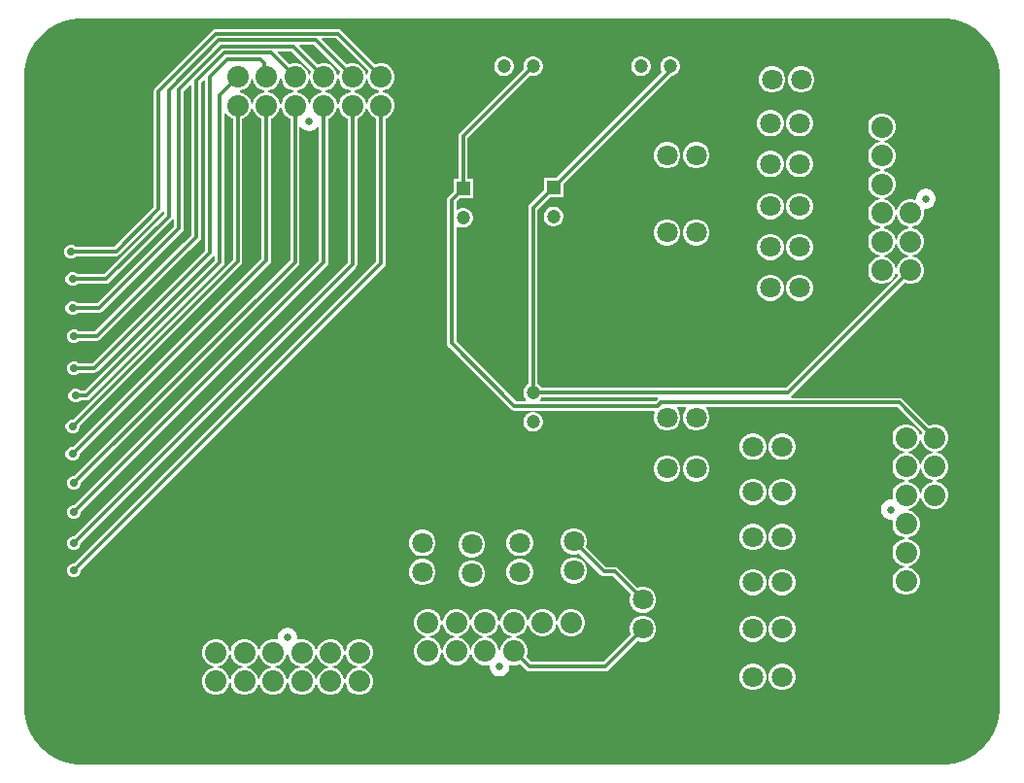
<source format=gbl>
G04*
G04 #@! TF.GenerationSoftware,Altium Limited,Altium Designer,24.1.2 (44)*
G04*
G04 Layer_Physical_Order=2*
G04 Layer_Color=16711680*
%FSLAX44Y44*%
%MOMM*%
G71*
G04*
G04 #@! TF.SameCoordinates,8026E52B-AA0B-4AC6-8547-A5A81626C292*
G04*
G04*
G04 #@! TF.FilePolarity,Positive*
G04*
G01*
G75*
%ADD31C,0.3000*%
%ADD32C,1.8000*%
%ADD33C,1.2000*%
%ADD34R,1.2000X1.2000*%
%ADD35C,1.8750*%
%ADD36C,0.6750*%
%ADD37R,1.2000X1.2000*%
%ADD38C,0.7000*%
G36*
X800000Y650000D02*
X803277D01*
X809775Y649144D01*
X816106Y647448D01*
X822162Y644940D01*
X827838Y641663D01*
X833038Y637673D01*
X837673Y633038D01*
X841663Y627838D01*
X844940Y622162D01*
X847448Y616106D01*
X849144Y609775D01*
X850000Y603277D01*
Y600000D01*
X850000Y600000D01*
X850000Y600000D01*
X850000Y50000D01*
Y46723D01*
X849145Y40224D01*
X847448Y33893D01*
X844940Y27838D01*
X841663Y22162D01*
X837673Y16962D01*
X833038Y12327D01*
X827838Y8337D01*
X822162Y5060D01*
X816106Y2552D01*
X809775Y856D01*
X803277Y0D01*
X46723D01*
X40224Y856D01*
X33893Y2552D01*
X27838Y5060D01*
X22162Y8337D01*
X16962Y12327D01*
X12327Y16962D01*
X8337Y22162D01*
X5060Y27838D01*
X2552Y33893D01*
X856Y40224D01*
X0Y46723D01*
X0Y50000D01*
X0Y600000D01*
Y603277D01*
X856Y609775D01*
X2552Y616106D01*
X5060Y622162D01*
X8337Y627838D01*
X12327Y633038D01*
X16962Y637673D01*
X22162Y641663D01*
X27838Y644940D01*
X33893Y647448D01*
X40224Y649144D01*
X46723Y650000D01*
X50000D01*
X50000Y650000D01*
X800000Y650000D01*
D02*
G37*
%LPC*%
G36*
X538334Y616870D02*
X536086D01*
X533914Y616288D01*
X531966Y615164D01*
X530376Y613574D01*
X529252Y611626D01*
X528670Y609454D01*
Y607206D01*
X529252Y605034D01*
X530376Y603086D01*
X531966Y601496D01*
X533914Y600372D01*
X536086Y599790D01*
X538334D01*
X540506Y600372D01*
X542454Y601496D01*
X544044Y603086D01*
X545168Y605034D01*
X545750Y607206D01*
Y609454D01*
X545168Y611626D01*
X544044Y613574D01*
X542454Y615164D01*
X540506Y616288D01*
X538334Y616870D01*
D02*
G37*
G36*
X563734D02*
X561486D01*
X559314Y616288D01*
X557366Y615164D01*
X555776Y613574D01*
X554652Y611626D01*
X554070Y609454D01*
Y607206D01*
X554652Y605034D01*
X555621Y603356D01*
X463725Y511460D01*
X452470D01*
Y500205D01*
X440317Y488053D01*
X439424Y486716D01*
X439111Y485140D01*
Y331333D01*
X437986Y330684D01*
X436396Y329094D01*
X435272Y327146D01*
X434690Y324974D01*
Y322726D01*
X435272Y320554D01*
X436396Y318606D01*
X437193Y317809D01*
X436667Y316539D01*
X428426D01*
X376349Y368616D01*
Y468371D01*
X377619Y469074D01*
X378974Y468292D01*
X381146Y467710D01*
X383394D01*
X385566Y468292D01*
X387514Y469416D01*
X389104Y471006D01*
X390228Y472954D01*
X390810Y475126D01*
Y477374D01*
X390228Y479546D01*
X389104Y481494D01*
X387514Y483084D01*
X385566Y484208D01*
X383394Y484790D01*
X381146D01*
X378974Y484208D01*
X377619Y483426D01*
X376349Y484129D01*
Y489904D01*
X379555Y493110D01*
X390810D01*
Y510190D01*
X386389D01*
Y545664D01*
X440851Y600126D01*
X442106Y599790D01*
X444354D01*
X446526Y600372D01*
X448474Y601496D01*
X450064Y603086D01*
X451188Y605034D01*
X451770Y607206D01*
Y609454D01*
X451188Y611626D01*
X450064Y613574D01*
X448474Y615164D01*
X446526Y616288D01*
X444354Y616870D01*
X442106D01*
X439934Y616288D01*
X437986Y615164D01*
X436396Y613574D01*
X435272Y611626D01*
X434690Y609454D01*
Y607206D01*
X435026Y605951D01*
X379357Y550283D01*
X378464Y548946D01*
X378151Y547370D01*
Y510190D01*
X373730D01*
Y498935D01*
X369317Y494523D01*
X368424Y493186D01*
X368111Y491610D01*
Y366910D01*
X368424Y365334D01*
X369317Y363997D01*
X423807Y309507D01*
X425144Y308614D01*
X426720Y308301D01*
X548963D01*
X549598Y307201D01*
X549316Y306714D01*
X548530Y303779D01*
Y300741D01*
X549316Y297806D01*
X550836Y295174D01*
X552984Y293026D01*
X555616Y291507D01*
X558551Y290720D01*
X561589D01*
X564524Y291507D01*
X567156Y293026D01*
X569304Y295174D01*
X570824Y297806D01*
X571610Y300741D01*
Y303779D01*
X570824Y306714D01*
X569304Y309346D01*
X568642Y310007D01*
X569128Y311181D01*
X576412D01*
X576898Y310007D01*
X576236Y309346D01*
X574716Y306714D01*
X573930Y303779D01*
Y300741D01*
X574716Y297806D01*
X576236Y295174D01*
X578384Y293026D01*
X581016Y291507D01*
X583951Y290720D01*
X586989D01*
X589924Y291507D01*
X592556Y293026D01*
X594704Y295174D01*
X596223Y297806D01*
X597010Y300741D01*
Y303779D01*
X596223Y306714D01*
X594704Y309346D01*
X594042Y310007D01*
X594529Y311181D01*
X760894D01*
X782495Y289579D01*
X782247Y289149D01*
X781474Y286265D01*
X781078Y286217D01*
X780622D01*
X780226Y286265D01*
X779453Y289149D01*
X777884Y291866D01*
X775666Y294084D01*
X772949Y295653D01*
X769919Y296465D01*
X766781D01*
X763751Y295653D01*
X761034Y294084D01*
X758816Y291866D01*
X757247Y289149D01*
X756435Y286119D01*
Y282981D01*
X757247Y279951D01*
X758816Y277234D01*
X761034Y275016D01*
X763751Y273447D01*
X766635Y272674D01*
X766683Y272278D01*
Y271822D01*
X766635Y271426D01*
X763751Y270653D01*
X761034Y269084D01*
X758816Y266866D01*
X757247Y264149D01*
X756435Y261119D01*
Y257981D01*
X757247Y254951D01*
X758816Y252234D01*
X761034Y250016D01*
X763751Y248447D01*
X766635Y247674D01*
X766683Y247278D01*
Y246822D01*
X766635Y246426D01*
X763751Y245653D01*
X761034Y244084D01*
X758816Y241866D01*
X757247Y239149D01*
X756435Y236119D01*
Y232981D01*
X756818Y231552D01*
X755761Y230590D01*
X753826D01*
X751654Y230008D01*
X749706Y228884D01*
X748116Y227294D01*
X746992Y225346D01*
X746410Y223174D01*
Y220926D01*
X746992Y218754D01*
X748116Y216806D01*
X749706Y215216D01*
X751654Y214092D01*
X753826Y213510D01*
X755761D01*
X756818Y212548D01*
X756435Y211119D01*
Y207981D01*
X757247Y204951D01*
X758816Y202234D01*
X761034Y200016D01*
X763751Y198447D01*
X766635Y197674D01*
X766683Y197278D01*
Y196822D01*
X766635Y196426D01*
X763751Y195653D01*
X761034Y194084D01*
X758816Y191866D01*
X757247Y189149D01*
X756435Y186119D01*
Y182981D01*
X757247Y179951D01*
X758816Y177234D01*
X761034Y175016D01*
X763751Y173447D01*
X766635Y172674D01*
X766683Y172278D01*
Y171822D01*
X766635Y171426D01*
X763751Y170653D01*
X761034Y169084D01*
X758816Y166866D01*
X757247Y164149D01*
X756435Y161119D01*
Y157981D01*
X757247Y154951D01*
X758816Y152234D01*
X761034Y150016D01*
X763751Y148447D01*
X766781Y147635D01*
X769919D01*
X772949Y148447D01*
X775666Y150016D01*
X777884Y152234D01*
X779453Y154951D01*
X780265Y157981D01*
Y161119D01*
X779453Y164149D01*
X777884Y166866D01*
X775666Y169084D01*
X772949Y170653D01*
X770065Y171426D01*
X770017Y171822D01*
Y172278D01*
X770065Y172674D01*
X772949Y173447D01*
X775666Y175016D01*
X777884Y177234D01*
X779453Y179951D01*
X780265Y182981D01*
Y186119D01*
X779453Y189149D01*
X777884Y191866D01*
X775666Y194084D01*
X772949Y195653D01*
X770065Y196426D01*
X770017Y196822D01*
Y197278D01*
X770065Y197674D01*
X772949Y198447D01*
X775666Y200016D01*
X777884Y202234D01*
X779453Y204951D01*
X780265Y207981D01*
Y211119D01*
X779453Y214149D01*
X777884Y216866D01*
X775666Y219084D01*
X772949Y220653D01*
X770065Y221426D01*
X770017Y221822D01*
Y222278D01*
X770065Y222674D01*
X772949Y223447D01*
X775666Y225016D01*
X777884Y227234D01*
X779453Y229951D01*
X780226Y232835D01*
X780622Y232883D01*
X781078D01*
X781474Y232835D01*
X782247Y229951D01*
X783816Y227234D01*
X786034Y225016D01*
X788751Y223447D01*
X791781Y222635D01*
X794919D01*
X797949Y223447D01*
X800666Y225016D01*
X802884Y227234D01*
X804453Y229951D01*
X805265Y232981D01*
Y236119D01*
X804453Y239149D01*
X802884Y241866D01*
X800666Y244084D01*
X797949Y245653D01*
X795065Y246426D01*
X795017Y246822D01*
Y247278D01*
X795065Y247674D01*
X797949Y248447D01*
X800666Y250016D01*
X802884Y252234D01*
X804453Y254951D01*
X805265Y257981D01*
Y261119D01*
X804453Y264149D01*
X802884Y266866D01*
X800666Y269084D01*
X797949Y270653D01*
X795065Y271426D01*
X795017Y271822D01*
Y272278D01*
X795065Y272674D01*
X797949Y273447D01*
X800666Y275016D01*
X802884Y277234D01*
X804453Y279951D01*
X805265Y282981D01*
Y286119D01*
X804453Y289149D01*
X802884Y291866D01*
X800666Y294084D01*
X797949Y295653D01*
X794919Y296465D01*
X791781D01*
X788751Y295653D01*
X788321Y295405D01*
X765513Y318213D01*
X764176Y319106D01*
X762600Y319419D01*
X668476D01*
X668091Y320689D01*
X668463Y320937D01*
X767131Y419605D01*
X767561Y419357D01*
X770591Y418545D01*
X773729D01*
X776759Y419357D01*
X779476Y420926D01*
X781694Y423144D01*
X783263Y425861D01*
X784075Y428891D01*
Y432029D01*
X783263Y435059D01*
X781694Y437776D01*
X779476Y439994D01*
X776759Y441563D01*
X773875Y442336D01*
X773827Y442732D01*
Y443188D01*
X773875Y443584D01*
X776759Y444357D01*
X779476Y445926D01*
X781694Y448144D01*
X783263Y450861D01*
X784075Y453891D01*
Y457029D01*
X783263Y460059D01*
X781694Y462776D01*
X779476Y464994D01*
X776759Y466563D01*
X773875Y467336D01*
X773827Y467732D01*
Y468188D01*
X773875Y468584D01*
X776759Y469357D01*
X779476Y470926D01*
X781694Y473144D01*
X783263Y475861D01*
X784075Y478891D01*
Y482029D01*
X783692Y483458D01*
X784749Y484420D01*
X786684D01*
X788856Y485002D01*
X790804Y486126D01*
X792394Y487716D01*
X793518Y489664D01*
X794100Y491836D01*
Y494084D01*
X793518Y496256D01*
X792394Y498204D01*
X790804Y499794D01*
X788856Y500918D01*
X786684Y501500D01*
X784436D01*
X782264Y500918D01*
X780316Y499794D01*
X778726Y498204D01*
X777602Y496256D01*
X777020Y494084D01*
Y492808D01*
X775751Y491833D01*
X773729Y492375D01*
X770591D01*
X767561Y491563D01*
X764844Y489994D01*
X762626Y487776D01*
X761057Y485059D01*
X760284Y482175D01*
X759888Y482127D01*
X759432D01*
X759036Y482175D01*
X758263Y485059D01*
X756694Y487776D01*
X754476Y489994D01*
X751759Y491563D01*
X748875Y492336D01*
X748827Y492732D01*
Y493188D01*
X748875Y493584D01*
X751759Y494357D01*
X754476Y495926D01*
X756694Y498144D01*
X758263Y500861D01*
X759075Y503891D01*
Y507029D01*
X758263Y510059D01*
X756694Y512776D01*
X754476Y514994D01*
X751759Y516563D01*
X748875Y517336D01*
X748827Y517732D01*
Y518188D01*
X748875Y518584D01*
X751759Y519357D01*
X754476Y520926D01*
X756694Y523144D01*
X758263Y525861D01*
X759075Y528891D01*
Y532029D01*
X758263Y535059D01*
X756694Y537776D01*
X754476Y539994D01*
X751759Y541563D01*
X748875Y542336D01*
X748827Y542732D01*
Y543188D01*
X748875Y543584D01*
X751759Y544357D01*
X754476Y545926D01*
X756694Y548144D01*
X758263Y550861D01*
X759075Y553891D01*
Y557029D01*
X758263Y560059D01*
X756694Y562776D01*
X754476Y564994D01*
X751759Y566563D01*
X748729Y567375D01*
X745591D01*
X742561Y566563D01*
X739844Y564994D01*
X737626Y562776D01*
X736057Y560059D01*
X735245Y557029D01*
Y553891D01*
X736057Y550861D01*
X737626Y548144D01*
X739844Y545926D01*
X742561Y544357D01*
X745445Y543584D01*
X745493Y543188D01*
Y542732D01*
X745445Y542336D01*
X742561Y541563D01*
X739844Y539994D01*
X737626Y537776D01*
X736057Y535059D01*
X735245Y532029D01*
Y528891D01*
X736057Y525861D01*
X737626Y523144D01*
X739844Y520926D01*
X742561Y519357D01*
X745445Y518584D01*
X745493Y518188D01*
Y517732D01*
X745445Y517336D01*
X742561Y516563D01*
X739844Y514994D01*
X737626Y512776D01*
X736057Y510059D01*
X735245Y507029D01*
Y503891D01*
X736057Y500861D01*
X737626Y498144D01*
X739844Y495926D01*
X742561Y494357D01*
X745445Y493584D01*
X745493Y493188D01*
Y492732D01*
X745445Y492336D01*
X742561Y491563D01*
X739844Y489994D01*
X737626Y487776D01*
X736057Y485059D01*
X735245Y482029D01*
Y478891D01*
X736057Y475861D01*
X737626Y473144D01*
X739844Y470926D01*
X742561Y469357D01*
X745445Y468584D01*
X745493Y468188D01*
Y467732D01*
X745445Y467336D01*
X742561Y466563D01*
X739844Y464994D01*
X737626Y462776D01*
X736057Y460059D01*
X735245Y457029D01*
Y453891D01*
X736057Y450861D01*
X737626Y448144D01*
X739844Y445926D01*
X742561Y444357D01*
X745445Y443584D01*
X745493Y443188D01*
Y442732D01*
X745445Y442336D01*
X742561Y441563D01*
X739844Y439994D01*
X737626Y437776D01*
X736057Y435059D01*
X735245Y432029D01*
Y428891D01*
X736057Y425861D01*
X737626Y423144D01*
X739844Y420926D01*
X742561Y419357D01*
X745591Y418545D01*
X748729D01*
X751759Y419357D01*
X754476Y420926D01*
X756694Y423144D01*
X758263Y425861D01*
X759036Y428745D01*
X759432Y428793D01*
X759888D01*
X760284Y428745D01*
X761057Y425861D01*
X761305Y425431D01*
X663844Y327969D01*
X450713D01*
X450064Y329094D01*
X448474Y330684D01*
X447349Y331333D01*
Y483434D01*
X458295Y494380D01*
X469550D01*
Y505635D01*
X563705Y599790D01*
X563734D01*
X565906Y600372D01*
X567854Y601496D01*
X569444Y603086D01*
X570568Y605034D01*
X571150Y607206D01*
Y609454D01*
X570568Y611626D01*
X569444Y613574D01*
X567854Y615164D01*
X565906Y616288D01*
X563734Y616870D01*
D02*
G37*
G36*
X418954D02*
X416706D01*
X414534Y616288D01*
X412586Y615164D01*
X410996Y613574D01*
X409872Y611626D01*
X409290Y609454D01*
Y607206D01*
X409872Y605034D01*
X410996Y603086D01*
X412586Y601496D01*
X414534Y600372D01*
X416706Y599790D01*
X418954D01*
X421126Y600372D01*
X423074Y601496D01*
X424664Y603086D01*
X425788Y605034D01*
X426370Y607206D01*
Y609454D01*
X425788Y611626D01*
X424664Y613574D01*
X423074Y615164D01*
X421126Y616288D01*
X418954Y616870D01*
D02*
G37*
G36*
X678429Y608440D02*
X675391D01*
X672456Y607654D01*
X669824Y606134D01*
X667676Y603986D01*
X666156Y601354D01*
X665370Y598419D01*
Y595381D01*
X666156Y592446D01*
X667676Y589814D01*
X669824Y587666D01*
X672456Y586147D01*
X675391Y585360D01*
X678429D01*
X681364Y586147D01*
X683996Y587666D01*
X686144Y589814D01*
X687663Y592446D01*
X688450Y595381D01*
Y598419D01*
X687663Y601354D01*
X686144Y603986D01*
X683996Y606134D01*
X681364Y607654D01*
X678429Y608440D01*
D02*
G37*
G36*
X653029D02*
X649991D01*
X647056Y607654D01*
X644424Y606134D01*
X642276Y603986D01*
X640757Y601354D01*
X639970Y598419D01*
Y595381D01*
X640757Y592446D01*
X642276Y589814D01*
X644424Y587666D01*
X647056Y586147D01*
X649991Y585360D01*
X653029D01*
X655964Y586147D01*
X658596Y587666D01*
X660744Y589814D01*
X662263Y592446D01*
X663050Y595381D01*
Y598419D01*
X662263Y601354D01*
X660744Y603986D01*
X658596Y606134D01*
X655964Y607654D01*
X653029Y608440D01*
D02*
G37*
G36*
X677159Y570340D02*
X674121D01*
X671186Y569553D01*
X668554Y568034D01*
X666406Y565886D01*
X664886Y563254D01*
X664100Y560319D01*
Y557281D01*
X664886Y554346D01*
X666406Y551714D01*
X668554Y549566D01*
X671186Y548046D01*
X674121Y547260D01*
X677159D01*
X680094Y548046D01*
X682726Y549566D01*
X684874Y551714D01*
X686394Y554346D01*
X687180Y557281D01*
Y560319D01*
X686394Y563254D01*
X684874Y565886D01*
X682726Y568034D01*
X680094Y569553D01*
X677159Y570340D01*
D02*
G37*
G36*
X651759D02*
X648721D01*
X645786Y569553D01*
X643154Y568034D01*
X641006Y565886D01*
X639487Y563254D01*
X638700Y560319D01*
Y557281D01*
X639487Y554346D01*
X641006Y551714D01*
X643154Y549566D01*
X645786Y548046D01*
X648721Y547260D01*
X651759D01*
X654694Y548046D01*
X657326Y549566D01*
X659474Y551714D01*
X660993Y554346D01*
X661780Y557281D01*
Y560319D01*
X660993Y563254D01*
X659474Y565886D01*
X657326Y568034D01*
X654694Y569553D01*
X651759Y570340D01*
D02*
G37*
G36*
X586989Y542400D02*
X583951D01*
X581016Y541614D01*
X578384Y540094D01*
X576236Y537946D01*
X574716Y535314D01*
X573930Y532379D01*
Y529341D01*
X574716Y526406D01*
X576236Y523774D01*
X578384Y521626D01*
X581016Y520107D01*
X583951Y519320D01*
X586989D01*
X589924Y520107D01*
X592556Y521626D01*
X594704Y523774D01*
X596223Y526406D01*
X597010Y529341D01*
Y532379D01*
X596223Y535314D01*
X594704Y537946D01*
X592556Y540094D01*
X589924Y541614D01*
X586989Y542400D01*
D02*
G37*
G36*
X561589D02*
X558551D01*
X555616Y541614D01*
X552984Y540094D01*
X550836Y537946D01*
X549316Y535314D01*
X548530Y532379D01*
Y529341D01*
X549316Y526406D01*
X550836Y523774D01*
X552984Y521626D01*
X555616Y520107D01*
X558551Y519320D01*
X561589D01*
X564524Y520107D01*
X567156Y521626D01*
X569304Y523774D01*
X570824Y526406D01*
X571610Y529341D01*
Y532379D01*
X570824Y535314D01*
X569304Y537946D01*
X567156Y540094D01*
X564524Y541614D01*
X561589Y542400D01*
D02*
G37*
G36*
X677159Y534780D02*
X674121D01*
X671186Y533993D01*
X668554Y532474D01*
X666406Y530326D01*
X664886Y527694D01*
X664100Y524759D01*
Y521721D01*
X664886Y518786D01*
X666406Y516154D01*
X668554Y514006D01*
X671186Y512486D01*
X674121Y511700D01*
X677159D01*
X680094Y512486D01*
X682726Y514006D01*
X684874Y516154D01*
X686394Y518786D01*
X687180Y521721D01*
Y524759D01*
X686394Y527694D01*
X684874Y530326D01*
X682726Y532474D01*
X680094Y533993D01*
X677159Y534780D01*
D02*
G37*
G36*
X651759D02*
X648721D01*
X645786Y533993D01*
X643154Y532474D01*
X641006Y530326D01*
X639487Y527694D01*
X638700Y524759D01*
Y521721D01*
X639487Y518786D01*
X641006Y516154D01*
X643154Y514006D01*
X645786Y512486D01*
X648721Y511700D01*
X651759D01*
X654694Y512486D01*
X657326Y514006D01*
X659474Y516154D01*
X660993Y518786D01*
X661780Y521721D01*
Y524759D01*
X660993Y527694D01*
X659474Y530326D01*
X657326Y532474D01*
X654694Y533993D01*
X651759Y534780D01*
D02*
G37*
G36*
X677159Y497950D02*
X674121D01*
X671186Y497164D01*
X668554Y495644D01*
X666406Y493496D01*
X664886Y490864D01*
X664100Y487929D01*
Y484891D01*
X664886Y481956D01*
X666406Y479324D01*
X668554Y477176D01*
X671186Y475657D01*
X674121Y474870D01*
X677159D01*
X680094Y475657D01*
X682726Y477176D01*
X684874Y479324D01*
X686394Y481956D01*
X687180Y484891D01*
Y487929D01*
X686394Y490864D01*
X684874Y493496D01*
X682726Y495644D01*
X680094Y497164D01*
X677159Y497950D01*
D02*
G37*
G36*
X651759D02*
X648721D01*
X645786Y497164D01*
X643154Y495644D01*
X641006Y493496D01*
X639487Y490864D01*
X638700Y487929D01*
Y484891D01*
X639487Y481956D01*
X641006Y479324D01*
X643154Y477176D01*
X645786Y475657D01*
X648721Y474870D01*
X651759D01*
X654694Y475657D01*
X657326Y477176D01*
X659474Y479324D01*
X660993Y481956D01*
X661780Y484891D01*
Y487929D01*
X660993Y490864D01*
X659474Y493496D01*
X657326Y495644D01*
X654694Y497164D01*
X651759Y497950D01*
D02*
G37*
G36*
X462134Y486060D02*
X459886D01*
X457714Y485478D01*
X455766Y484354D01*
X454176Y482764D01*
X453052Y480816D01*
X452470Y478644D01*
Y476396D01*
X453052Y474224D01*
X454176Y472276D01*
X455766Y470686D01*
X457714Y469562D01*
X459886Y468980D01*
X462134D01*
X464306Y469562D01*
X466254Y470686D01*
X467844Y472276D01*
X468968Y474224D01*
X469550Y476396D01*
Y478644D01*
X468968Y480816D01*
X467844Y482764D01*
X466254Y484354D01*
X464306Y485478D01*
X462134Y486060D01*
D02*
G37*
G36*
X586989Y475090D02*
X583951D01*
X581016Y474304D01*
X578384Y472784D01*
X576236Y470636D01*
X574716Y468004D01*
X573930Y465069D01*
Y462031D01*
X574716Y459096D01*
X576236Y456464D01*
X578384Y454316D01*
X581016Y452797D01*
X583951Y452010D01*
X586989D01*
X589924Y452797D01*
X592556Y454316D01*
X594704Y456464D01*
X596223Y459096D01*
X597010Y462031D01*
Y465069D01*
X596223Y468004D01*
X594704Y470636D01*
X592556Y472784D01*
X589924Y474304D01*
X586989Y475090D01*
D02*
G37*
G36*
X561589D02*
X558551D01*
X555616Y474304D01*
X552984Y472784D01*
X550836Y470636D01*
X549316Y468004D01*
X548530Y465069D01*
Y462031D01*
X549316Y459096D01*
X550836Y456464D01*
X552984Y454316D01*
X555616Y452797D01*
X558551Y452010D01*
X561589D01*
X564524Y452797D01*
X567156Y454316D01*
X569304Y456464D01*
X570824Y459096D01*
X571610Y462031D01*
Y465069D01*
X570824Y468004D01*
X569304Y470636D01*
X567156Y472784D01*
X564524Y474304D01*
X561589Y475090D01*
D02*
G37*
G36*
X677159Y462390D02*
X674121D01*
X671186Y461604D01*
X668554Y460084D01*
X666406Y457936D01*
X664886Y455304D01*
X664100Y452369D01*
Y449331D01*
X664886Y446396D01*
X666406Y443764D01*
X668554Y441616D01*
X671186Y440097D01*
X674121Y439310D01*
X677159D01*
X680094Y440097D01*
X682726Y441616D01*
X684874Y443764D01*
X686394Y446396D01*
X687180Y449331D01*
Y452369D01*
X686394Y455304D01*
X684874Y457936D01*
X682726Y460084D01*
X680094Y461604D01*
X677159Y462390D01*
D02*
G37*
G36*
X651759D02*
X648721D01*
X645786Y461604D01*
X643154Y460084D01*
X641006Y457936D01*
X639487Y455304D01*
X638700Y452369D01*
Y449331D01*
X639487Y446396D01*
X641006Y443764D01*
X643154Y441616D01*
X645786Y440097D01*
X648721Y439310D01*
X651759D01*
X654694Y440097D01*
X657326Y441616D01*
X659474Y443764D01*
X660993Y446396D01*
X661780Y449331D01*
Y452369D01*
X660993Y455304D01*
X659474Y457936D01*
X657326Y460084D01*
X654694Y461604D01*
X651759Y462390D01*
D02*
G37*
G36*
X677159Y426830D02*
X674121D01*
X671186Y426044D01*
X668554Y424524D01*
X666406Y422376D01*
X664886Y419744D01*
X664100Y416809D01*
Y413771D01*
X664886Y410836D01*
X666406Y408204D01*
X668554Y406056D01*
X671186Y404537D01*
X674121Y403750D01*
X677159D01*
X680094Y404537D01*
X682726Y406056D01*
X684874Y408204D01*
X686394Y410836D01*
X687180Y413771D01*
Y416809D01*
X686394Y419744D01*
X684874Y422376D01*
X682726Y424524D01*
X680094Y426044D01*
X677159Y426830D01*
D02*
G37*
G36*
X651759D02*
X648721D01*
X645786Y426044D01*
X643154Y424524D01*
X641006Y422376D01*
X639487Y419744D01*
X638700Y416809D01*
Y413771D01*
X639487Y410836D01*
X641006Y408204D01*
X643154Y406056D01*
X645786Y404537D01*
X648721Y403750D01*
X651759D01*
X654694Y404537D01*
X657326Y406056D01*
X659474Y408204D01*
X660993Y410836D01*
X661780Y413771D01*
Y416809D01*
X660993Y419744D01*
X659474Y422376D01*
X657326Y424524D01*
X654694Y426044D01*
X651759Y426830D01*
D02*
G37*
G36*
X444354Y306990D02*
X442106D01*
X439934Y306408D01*
X437986Y305284D01*
X436396Y303694D01*
X435272Y301746D01*
X434690Y299574D01*
Y297326D01*
X435272Y295154D01*
X436396Y293206D01*
X437986Y291616D01*
X439934Y290492D01*
X442106Y289910D01*
X444354D01*
X446526Y290492D01*
X448474Y291616D01*
X450064Y293206D01*
X451188Y295154D01*
X451770Y297326D01*
Y299574D01*
X451188Y301746D01*
X450064Y303694D01*
X448474Y305284D01*
X446526Y306408D01*
X444354Y306990D01*
D02*
G37*
G36*
X661919Y288400D02*
X658881D01*
X655946Y287614D01*
X653314Y286094D01*
X651166Y283946D01*
X649647Y281314D01*
X648860Y278379D01*
Y275341D01*
X649647Y272406D01*
X651166Y269774D01*
X653314Y267626D01*
X655946Y266106D01*
X658881Y265320D01*
X661919D01*
X664854Y266106D01*
X667486Y267626D01*
X669634Y269774D01*
X671153Y272406D01*
X671940Y275341D01*
Y278379D01*
X671153Y281314D01*
X669634Y283946D01*
X667486Y286094D01*
X664854Y287614D01*
X661919Y288400D01*
D02*
G37*
G36*
X636519D02*
X633481D01*
X630546Y287614D01*
X627914Y286094D01*
X625766Y283946D01*
X624246Y281314D01*
X623460Y278379D01*
Y275341D01*
X624246Y272406D01*
X625766Y269774D01*
X627914Y267626D01*
X630546Y266106D01*
X633481Y265320D01*
X636519D01*
X639454Y266106D01*
X642086Y267626D01*
X644234Y269774D01*
X645753Y272406D01*
X646540Y275341D01*
Y278379D01*
X645753Y281314D01*
X644234Y283946D01*
X642086Y286094D01*
X639454Y287614D01*
X636519Y288400D01*
D02*
G37*
G36*
X586989Y269350D02*
X583951D01*
X581016Y268563D01*
X578384Y267044D01*
X576236Y264896D01*
X574716Y262264D01*
X573930Y259329D01*
Y256291D01*
X574716Y253356D01*
X576236Y250724D01*
X578384Y248576D01*
X581016Y247057D01*
X583951Y246270D01*
X586989D01*
X589924Y247057D01*
X592556Y248576D01*
X594704Y250724D01*
X596223Y253356D01*
X597010Y256291D01*
Y259329D01*
X596223Y262264D01*
X594704Y264896D01*
X592556Y267044D01*
X589924Y268563D01*
X586989Y269350D01*
D02*
G37*
G36*
X561589D02*
X558551D01*
X555616Y268563D01*
X552984Y267044D01*
X550836Y264896D01*
X549316Y262264D01*
X548530Y259329D01*
Y256291D01*
X549316Y253356D01*
X550836Y250724D01*
X552984Y248576D01*
X555616Y247057D01*
X558551Y246270D01*
X561589D01*
X564524Y247057D01*
X567156Y248576D01*
X569304Y250724D01*
X570824Y253356D01*
X571610Y256291D01*
Y259329D01*
X570824Y262264D01*
X569304Y264896D01*
X567156Y267044D01*
X564524Y268563D01*
X561589Y269350D01*
D02*
G37*
G36*
X661919Y249030D02*
X658881D01*
X655946Y248244D01*
X653314Y246724D01*
X651166Y244576D01*
X649647Y241944D01*
X648860Y239009D01*
Y235971D01*
X649647Y233036D01*
X651166Y230404D01*
X653314Y228256D01*
X655946Y226737D01*
X658881Y225950D01*
X661919D01*
X664854Y226737D01*
X667486Y228256D01*
X669634Y230404D01*
X671153Y233036D01*
X671940Y235971D01*
Y239009D01*
X671153Y241944D01*
X669634Y244576D01*
X667486Y246724D01*
X664854Y248244D01*
X661919Y249030D01*
D02*
G37*
G36*
X636519D02*
X633481D01*
X630546Y248244D01*
X627914Y246724D01*
X625766Y244576D01*
X624246Y241944D01*
X623460Y239009D01*
Y235971D01*
X624246Y233036D01*
X625766Y230404D01*
X627914Y228256D01*
X630546Y226737D01*
X633481Y225950D01*
X636519D01*
X639454Y226737D01*
X642086Y228256D01*
X644234Y230404D01*
X645753Y233036D01*
X646540Y235971D01*
Y239009D01*
X645753Y241944D01*
X644234Y244576D01*
X642086Y246724D01*
X639454Y248244D01*
X636519Y249030D01*
D02*
G37*
G36*
X661919Y209660D02*
X658881D01*
X655946Y208874D01*
X653314Y207354D01*
X651166Y205206D01*
X649647Y202574D01*
X648860Y199639D01*
Y196601D01*
X649647Y193666D01*
X651166Y191034D01*
X653314Y188886D01*
X655946Y187367D01*
X658881Y186580D01*
X661919D01*
X664854Y187367D01*
X667486Y188886D01*
X669634Y191034D01*
X671153Y193666D01*
X671940Y196601D01*
Y199639D01*
X671153Y202574D01*
X669634Y205206D01*
X667486Y207354D01*
X664854Y208874D01*
X661919Y209660D01*
D02*
G37*
G36*
X636519D02*
X633481D01*
X630546Y208874D01*
X627914Y207354D01*
X625766Y205206D01*
X624246Y202574D01*
X623460Y199639D01*
Y196601D01*
X624246Y193666D01*
X625766Y191034D01*
X627914Y188886D01*
X630546Y187367D01*
X633481Y186580D01*
X636519D01*
X639454Y187367D01*
X642086Y188886D01*
X644234Y191034D01*
X645753Y193666D01*
X646540Y196601D01*
Y199639D01*
X645753Y202574D01*
X644234Y205206D01*
X642086Y207354D01*
X639454Y208874D01*
X636519Y209660D01*
D02*
G37*
G36*
X433319Y204580D02*
X430281D01*
X427346Y203794D01*
X424714Y202274D01*
X422566Y200126D01*
X421046Y197494D01*
X420260Y194559D01*
Y191521D01*
X421046Y188586D01*
X422566Y185954D01*
X424714Y183806D01*
X427346Y182286D01*
X430281Y181500D01*
X433319D01*
X436254Y182286D01*
X438886Y183806D01*
X441034Y185954D01*
X442553Y188586D01*
X443340Y191521D01*
Y194559D01*
X442553Y197494D01*
X441034Y200126D01*
X438886Y202274D01*
X436254Y203794D01*
X433319Y204580D01*
D02*
G37*
G36*
X348229D02*
X345191D01*
X342256Y203794D01*
X339624Y202274D01*
X337476Y200126D01*
X335956Y197494D01*
X335170Y194559D01*
Y191521D01*
X335956Y188586D01*
X337476Y185954D01*
X339624Y183806D01*
X342256Y182286D01*
X345191Y181500D01*
X348229D01*
X351164Y182286D01*
X353796Y183806D01*
X355944Y185954D01*
X357463Y188586D01*
X358250Y191521D01*
Y194559D01*
X357463Y197494D01*
X355944Y200126D01*
X353796Y202274D01*
X351164Y203794D01*
X348229Y204580D01*
D02*
G37*
G36*
X391409Y203310D02*
X388371D01*
X385436Y202523D01*
X382804Y201004D01*
X380656Y198856D01*
X379137Y196224D01*
X378350Y193289D01*
Y190251D01*
X379137Y187316D01*
X380656Y184684D01*
X382804Y182536D01*
X385436Y181017D01*
X388371Y180230D01*
X391409D01*
X394344Y181017D01*
X396976Y182536D01*
X399124Y184684D01*
X400644Y187316D01*
X401430Y190251D01*
Y193289D01*
X400644Y196224D01*
X399124Y198856D01*
X396976Y201004D01*
X394344Y202523D01*
X391409Y203310D01*
D02*
G37*
G36*
X273020Y640959D02*
X166940D01*
X165364Y640646D01*
X164027Y639753D01*
X113927Y589653D01*
X113034Y588316D01*
X112721Y586740D01*
Y485576D01*
X78304Y451159D01*
X45063D01*
X44061Y452160D01*
X41841Y453080D01*
X39439D01*
X37219Y452160D01*
X35519Y450461D01*
X34600Y448241D01*
Y445839D01*
X35519Y443619D01*
X37219Y441920D01*
X39439Y441000D01*
X41841D01*
X44061Y441920D01*
X45063Y442921D01*
X80010D01*
X81586Y443234D01*
X82923Y444127D01*
X119753Y480957D01*
X120341Y481838D01*
X121611Y481452D01*
Y479226D01*
X69414Y427029D01*
X46333D01*
X45331Y428031D01*
X43111Y428950D01*
X40709D01*
X38489Y428031D01*
X36790Y426331D01*
X35870Y424111D01*
Y421709D01*
X36790Y419489D01*
X38489Y417789D01*
X40709Y416870D01*
X43111D01*
X45331Y417789D01*
X46333Y418791D01*
X71120D01*
X72696Y419104D01*
X74033Y419997D01*
X128643Y474607D01*
X129231Y475488D01*
X130501Y475102D01*
Y469066D01*
X63064Y401629D01*
X46333D01*
X45331Y402631D01*
X43111Y403550D01*
X40709D01*
X38489Y402631D01*
X36790Y400931D01*
X35870Y398711D01*
Y396309D01*
X36790Y394089D01*
X38489Y392389D01*
X40709Y391470D01*
X43111D01*
X45331Y392389D01*
X46333Y393391D01*
X64770D01*
X66346Y393704D01*
X67683Y394597D01*
X137533Y464447D01*
X138426Y465784D01*
X138739Y467360D01*
Y586733D01*
X144567Y592562D01*
X145741Y592076D01*
Y461446D01*
X138950Y454655D01*
X138303Y454223D01*
X61579Y377499D01*
X47603D01*
X46601Y378501D01*
X44381Y379420D01*
X41979D01*
X39759Y378501D01*
X38059Y376801D01*
X37140Y374581D01*
Y372179D01*
X38059Y369959D01*
X39759Y368260D01*
X41979Y367340D01*
X44381D01*
X46601Y368260D01*
X47603Y369261D01*
X63285D01*
X64862Y369574D01*
X66198Y370467D01*
X143695Y447965D01*
X144343Y448397D01*
X152773Y456827D01*
X153666Y458164D01*
X153979Y459740D01*
Y594138D01*
X155997Y596157D01*
X157171Y595671D01*
Y447476D01*
X59254Y349559D01*
X47603D01*
X46601Y350560D01*
X44381Y351480D01*
X41979D01*
X39759Y350560D01*
X38059Y348861D01*
X37140Y346641D01*
Y344239D01*
X38059Y342019D01*
X39759Y340320D01*
X41979Y339400D01*
X44381D01*
X46601Y340320D01*
X47603Y341321D01*
X60960D01*
X62536Y341634D01*
X63873Y342527D01*
X164203Y442857D01*
X164791Y443738D01*
X166061Y443352D01*
Y439389D01*
X52101Y325429D01*
X48873D01*
X47871Y326431D01*
X45651Y327350D01*
X43249D01*
X41029Y326431D01*
X39330Y324731D01*
X38410Y322511D01*
Y320109D01*
X39330Y317889D01*
X41029Y316189D01*
X43249Y315270D01*
X45651D01*
X47871Y316189D01*
X48873Y317191D01*
X53808D01*
X55384Y317504D01*
X56720Y318397D01*
X173093Y434770D01*
X173986Y436106D01*
X174299Y437682D01*
Y567625D01*
X175569Y567965D01*
X176286Y566724D01*
X178504Y564506D01*
X181221Y562937D01*
X181701Y562808D01*
Y440256D01*
X42125Y300680D01*
X40709D01*
X38489Y299760D01*
X36790Y298061D01*
X35870Y295841D01*
Y293439D01*
X36790Y291219D01*
X38489Y289520D01*
X40709Y288600D01*
X43111D01*
X45331Y289520D01*
X47031Y291219D01*
X47950Y293439D01*
Y294855D01*
X188733Y435637D01*
X189626Y436974D01*
X189939Y438550D01*
Y562808D01*
X190419Y562937D01*
X193136Y564506D01*
X195354Y566724D01*
X196923Y569441D01*
X197696Y572325D01*
X198092Y572373D01*
X198548D01*
X198944Y572325D01*
X199717Y569441D01*
X201286Y566724D01*
X203504Y564506D01*
X206221Y562937D01*
X206701Y562808D01*
Y441126D01*
X42125Y276550D01*
X40709D01*
X38489Y275630D01*
X36790Y273931D01*
X35870Y271711D01*
Y269309D01*
X36790Y267089D01*
X38489Y265389D01*
X40709Y264470D01*
X43111D01*
X45331Y265389D01*
X47031Y267089D01*
X47950Y269309D01*
Y270725D01*
X213733Y436507D01*
X214626Y437844D01*
X214939Y439420D01*
Y562808D01*
X215419Y562937D01*
X218136Y564506D01*
X220354Y566724D01*
X221923Y569441D01*
X222696Y572325D01*
X223092Y572373D01*
X223548D01*
X223944Y572325D01*
X224717Y569441D01*
X226286Y566724D01*
X228504Y564506D01*
X231221Y562937D01*
X231701Y562808D01*
Y439456D01*
X43395Y251150D01*
X41979D01*
X39759Y250231D01*
X38059Y248531D01*
X37140Y246311D01*
Y243909D01*
X38059Y241689D01*
X39759Y239989D01*
X41979Y239070D01*
X44381D01*
X46601Y239989D01*
X48300Y241689D01*
X49220Y243909D01*
Y245325D01*
X238733Y434837D01*
X239626Y436174D01*
X239939Y437750D01*
Y555536D01*
X241209Y555876D01*
X241486Y555396D01*
X243076Y553806D01*
X245024Y552682D01*
X247196Y552100D01*
X249444D01*
X251616Y552682D01*
X253564Y553806D01*
X255154Y555396D01*
X255431Y555876D01*
X256701Y555536D01*
Y439056D01*
X43395Y225750D01*
X41979D01*
X39759Y224830D01*
X38059Y223131D01*
X37140Y220911D01*
Y218509D01*
X38059Y216289D01*
X39759Y214590D01*
X41979Y213670D01*
X44381D01*
X46601Y214590D01*
X48300Y216289D01*
X49220Y218509D01*
Y219925D01*
X263733Y434437D01*
X264626Y435774D01*
X264939Y437350D01*
Y562808D01*
X265419Y562937D01*
X268136Y564506D01*
X270354Y566724D01*
X271923Y569441D01*
X272696Y572325D01*
X273092Y572373D01*
X273548D01*
X273944Y572325D01*
X274717Y569441D01*
X276286Y566724D01*
X278504Y564506D01*
X281221Y562937D01*
X281701Y562808D01*
Y437386D01*
X43395Y199080D01*
X41979D01*
X39759Y198160D01*
X38059Y196461D01*
X37140Y194241D01*
Y191839D01*
X38059Y189619D01*
X39759Y187920D01*
X41979Y187000D01*
X44381D01*
X46601Y187920D01*
X48300Y189619D01*
X49220Y191839D01*
Y193255D01*
X288733Y432767D01*
X289626Y434104D01*
X289939Y435680D01*
Y562808D01*
X290419Y562937D01*
X293136Y564506D01*
X295354Y566724D01*
X296923Y569441D01*
X297696Y572325D01*
X298092Y572373D01*
X298548D01*
X298944Y572325D01*
X299717Y569441D01*
X301286Y566724D01*
X303504Y564506D01*
X306221Y562937D01*
X306701Y562808D01*
Y438256D01*
X43395Y174950D01*
X41979D01*
X39759Y174030D01*
X38059Y172331D01*
X37140Y170111D01*
Y167709D01*
X38059Y165489D01*
X39759Y163790D01*
X41979Y162870D01*
X44381D01*
X46601Y163790D01*
X48300Y165489D01*
X49220Y167709D01*
Y169125D01*
X313733Y433637D01*
X314626Y434974D01*
X314939Y436550D01*
Y562808D01*
X315419Y562937D01*
X318136Y564506D01*
X320354Y566724D01*
X321923Y569441D01*
X322735Y572471D01*
Y575609D01*
X321923Y578639D01*
X320354Y581356D01*
X318136Y583574D01*
X315419Y585143D01*
X312535Y585916D01*
X312487Y586312D01*
Y586768D01*
X312535Y587164D01*
X315419Y587937D01*
X318136Y589506D01*
X320354Y591724D01*
X321923Y594441D01*
X322735Y597471D01*
Y600609D01*
X321923Y603639D01*
X320354Y606356D01*
X318136Y608574D01*
X315419Y610143D01*
X312389Y610955D01*
X309251D01*
X306221Y610143D01*
X305791Y609895D01*
X275933Y639753D01*
X274596Y640646D01*
X273020Y640959D01*
D02*
G37*
G36*
X480309Y180450D02*
X477271D01*
X474336Y179664D01*
X471704Y178144D01*
X469556Y175996D01*
X468036Y173364D01*
X467250Y170429D01*
Y167391D01*
X468036Y164456D01*
X469556Y161824D01*
X471704Y159676D01*
X474336Y158156D01*
X477271Y157370D01*
X480309D01*
X483244Y158156D01*
X485876Y159676D01*
X488024Y161824D01*
X489543Y164456D01*
X490330Y167391D01*
Y170429D01*
X489543Y173364D01*
X488024Y175996D01*
X485876Y178144D01*
X483244Y179664D01*
X480309Y180450D01*
D02*
G37*
G36*
X433319Y179180D02*
X430281D01*
X427346Y178393D01*
X424714Y176874D01*
X422566Y174726D01*
X421046Y172094D01*
X420260Y169159D01*
Y166121D01*
X421046Y163186D01*
X422566Y160554D01*
X424714Y158406D01*
X427346Y156887D01*
X430281Y156100D01*
X433319D01*
X436254Y156887D01*
X438886Y158406D01*
X441034Y160554D01*
X442553Y163186D01*
X443340Y166121D01*
Y169159D01*
X442553Y172094D01*
X441034Y174726D01*
X438886Y176874D01*
X436254Y178393D01*
X433319Y179180D01*
D02*
G37*
G36*
X348229D02*
X345191D01*
X342256Y178393D01*
X339624Y176874D01*
X337476Y174726D01*
X335956Y172094D01*
X335170Y169159D01*
Y166121D01*
X335956Y163186D01*
X337476Y160554D01*
X339624Y158406D01*
X342256Y156887D01*
X345191Y156100D01*
X348229D01*
X351164Y156887D01*
X353796Y158406D01*
X355944Y160554D01*
X357463Y163186D01*
X358250Y166121D01*
Y169159D01*
X357463Y172094D01*
X355944Y174726D01*
X353796Y176874D01*
X351164Y178393D01*
X348229Y179180D01*
D02*
G37*
G36*
X391409Y177910D02*
X388371D01*
X385436Y177124D01*
X382804Y175604D01*
X380656Y173456D01*
X379137Y170824D01*
X378350Y167889D01*
Y164851D01*
X379137Y161916D01*
X380656Y159284D01*
X382804Y157136D01*
X385436Y155617D01*
X388371Y154830D01*
X391409D01*
X394344Y155617D01*
X396976Y157136D01*
X399124Y159284D01*
X400644Y161916D01*
X401430Y164851D01*
Y167889D01*
X400644Y170824D01*
X399124Y173456D01*
X396976Y175604D01*
X394344Y177124D01*
X391409Y177910D01*
D02*
G37*
G36*
X661919Y170290D02*
X658881D01*
X655946Y169503D01*
X653314Y167984D01*
X651166Y165836D01*
X649647Y163204D01*
X648860Y160269D01*
Y157231D01*
X649647Y154296D01*
X651166Y151664D01*
X653314Y149516D01*
X655946Y147997D01*
X658881Y147210D01*
X661919D01*
X664854Y147997D01*
X667486Y149516D01*
X669634Y151664D01*
X671153Y154296D01*
X671940Y157231D01*
Y160269D01*
X671153Y163204D01*
X669634Y165836D01*
X667486Y167984D01*
X664854Y169503D01*
X661919Y170290D01*
D02*
G37*
G36*
X636519D02*
X633481D01*
X630546Y169503D01*
X627914Y167984D01*
X625766Y165836D01*
X624246Y163204D01*
X623460Y160269D01*
Y157231D01*
X624246Y154296D01*
X625766Y151664D01*
X627914Y149516D01*
X630546Y147997D01*
X633481Y147210D01*
X636519D01*
X639454Y147997D01*
X642086Y149516D01*
X644234Y151664D01*
X645753Y154296D01*
X646540Y157231D01*
Y160269D01*
X645753Y163204D01*
X644234Y165836D01*
X642086Y167984D01*
X639454Y169503D01*
X636519Y170290D01*
D02*
G37*
G36*
X480309Y205850D02*
X477271D01*
X474336Y205063D01*
X471704Y203544D01*
X469556Y201396D01*
X468036Y198764D01*
X467250Y195829D01*
Y192791D01*
X468036Y189856D01*
X469556Y187224D01*
X471704Y185076D01*
X474336Y183556D01*
X477271Y182770D01*
X480309D01*
X483244Y183556D01*
X483545Y183730D01*
X502292Y164983D01*
X503628Y164090D01*
X505205Y163776D01*
X512923D01*
X528434Y148265D01*
X528261Y147964D01*
X527474Y145029D01*
Y141991D01*
X528261Y139056D01*
X529780Y136424D01*
X531928Y134276D01*
X534560Y132757D01*
X537495Y131970D01*
X540533D01*
X543469Y132757D01*
X546100Y134276D01*
X548248Y136424D01*
X549768Y139056D01*
X550554Y141991D01*
Y145029D01*
X549768Y147964D01*
X548248Y150596D01*
X546100Y152744D01*
X543469Y154263D01*
X540533Y155050D01*
X537495D01*
X534560Y154263D01*
X534259Y154090D01*
X517542Y170808D01*
X516205Y171701D01*
X514629Y172014D01*
X506911D01*
X489370Y189555D01*
X489543Y189856D01*
X490330Y192791D01*
Y195829D01*
X489543Y198764D01*
X488024Y201396D01*
X485876Y203544D01*
X483244Y205063D01*
X480309Y205850D01*
D02*
G37*
G36*
X478089Y135405D02*
X474951D01*
X471921Y134593D01*
X469204Y133024D01*
X466986Y130806D01*
X465417Y128089D01*
X464644Y125205D01*
X464248Y125157D01*
X463792D01*
X463396Y125205D01*
X462623Y128089D01*
X461054Y130806D01*
X458836Y133024D01*
X456119Y134593D01*
X453089Y135405D01*
X449951D01*
X446921Y134593D01*
X444204Y133024D01*
X441986Y130806D01*
X440417Y128089D01*
X439644Y125205D01*
X439248Y125157D01*
X438792D01*
X438396Y125205D01*
X437623Y128089D01*
X436054Y130806D01*
X433836Y133024D01*
X431119Y134593D01*
X428089Y135405D01*
X424951D01*
X421921Y134593D01*
X419204Y133024D01*
X416986Y130806D01*
X415417Y128089D01*
X414644Y125205D01*
X414248Y125157D01*
X413792D01*
X413396Y125205D01*
X412623Y128089D01*
X411054Y130806D01*
X408836Y133024D01*
X406119Y134593D01*
X403089Y135405D01*
X399951D01*
X396921Y134593D01*
X394204Y133024D01*
X391986Y130806D01*
X390417Y128089D01*
X389644Y125205D01*
X389248Y125157D01*
X388792D01*
X388396Y125205D01*
X387623Y128089D01*
X386054Y130806D01*
X383836Y133024D01*
X381119Y134593D01*
X378089Y135405D01*
X374951D01*
X371921Y134593D01*
X369204Y133024D01*
X366986Y130806D01*
X365417Y128089D01*
X364644Y125205D01*
X364248Y125157D01*
X363792D01*
X363396Y125205D01*
X362623Y128089D01*
X361054Y130806D01*
X358836Y133024D01*
X356119Y134593D01*
X353089Y135405D01*
X349951D01*
X346921Y134593D01*
X344204Y133024D01*
X341986Y130806D01*
X340417Y128089D01*
X339605Y125059D01*
Y121921D01*
X340417Y118891D01*
X341986Y116174D01*
X344204Y113956D01*
X346921Y112387D01*
X349805Y111614D01*
X349853Y111218D01*
Y110762D01*
X349805Y110366D01*
X346921Y109593D01*
X344204Y108024D01*
X341986Y105806D01*
X340417Y103089D01*
X339605Y100059D01*
Y96921D01*
X340417Y93891D01*
X341986Y91174D01*
X344204Y88956D01*
X346921Y87387D01*
X349951Y86575D01*
X353089D01*
X356119Y87387D01*
X358836Y88956D01*
X361054Y91174D01*
X362623Y93891D01*
X363396Y96775D01*
X363792Y96823D01*
X364248D01*
X364644Y96775D01*
X365417Y93891D01*
X366986Y91174D01*
X369204Y88956D01*
X371921Y87387D01*
X374951Y86575D01*
X378089D01*
X381119Y87387D01*
X383836Y88956D01*
X386054Y91174D01*
X387623Y93891D01*
X388396Y96775D01*
X388792Y96823D01*
X389248D01*
X389644Y96775D01*
X390417Y93891D01*
X391986Y91174D01*
X394204Y88956D01*
X396921Y87387D01*
X399951Y86575D01*
X403089D01*
X404518Y86958D01*
X405480Y85901D01*
Y83966D01*
X406062Y81794D01*
X407186Y79846D01*
X408776Y78256D01*
X410724Y77132D01*
X412896Y76550D01*
X415144D01*
X417316Y77132D01*
X419264Y78256D01*
X420854Y79846D01*
X421978Y81794D01*
X422560Y83966D01*
Y85901D01*
X423522Y86958D01*
X424951Y86575D01*
X428089D01*
X431119Y87387D01*
X431549Y87635D01*
X437022Y82162D01*
X438359Y81269D01*
X439935Y80956D01*
X505979D01*
X507556Y81269D01*
X508892Y82162D01*
X534259Y107530D01*
X534560Y107357D01*
X537495Y106570D01*
X540533D01*
X543469Y107357D01*
X546100Y108876D01*
X548248Y111024D01*
X549768Y113656D01*
X550554Y116591D01*
Y119629D01*
X549768Y122564D01*
X548248Y125196D01*
X546100Y127344D01*
X543469Y128863D01*
X540533Y129650D01*
X537495D01*
X534560Y128863D01*
X531928Y127344D01*
X529780Y125196D01*
X528261Y122564D01*
X527474Y119629D01*
Y116591D01*
X528261Y113656D01*
X528434Y113355D01*
X504273Y89194D01*
X441641D01*
X437375Y93461D01*
X437623Y93891D01*
X438435Y96921D01*
Y100059D01*
X437623Y103089D01*
X436054Y105806D01*
X433836Y108024D01*
X431119Y109593D01*
X428235Y110366D01*
X428187Y110762D01*
Y111218D01*
X428235Y111614D01*
X431119Y112387D01*
X433836Y113956D01*
X436054Y116174D01*
X437623Y118891D01*
X438396Y121775D01*
X438792Y121823D01*
X439248D01*
X439644Y121775D01*
X440417Y118891D01*
X441986Y116174D01*
X444204Y113956D01*
X446921Y112387D01*
X449951Y111575D01*
X453089D01*
X456119Y112387D01*
X458836Y113956D01*
X461054Y116174D01*
X462623Y118891D01*
X463396Y121775D01*
X463792Y121823D01*
X464248D01*
X464644Y121775D01*
X465417Y118891D01*
X466986Y116174D01*
X469204Y113956D01*
X471921Y112387D01*
X474951Y111575D01*
X478089D01*
X481119Y112387D01*
X483836Y113956D01*
X486054Y116174D01*
X487623Y118891D01*
X488435Y121921D01*
Y125059D01*
X487623Y128089D01*
X486054Y130806D01*
X483836Y133024D01*
X481119Y134593D01*
X478089Y135405D01*
D02*
G37*
G36*
X230394Y119330D02*
X228146D01*
X225974Y118748D01*
X224026Y117624D01*
X222436Y116034D01*
X221312Y114086D01*
X220730Y111914D01*
Y109979D01*
X219768Y108922D01*
X218339Y109305D01*
X215201D01*
X212171Y108493D01*
X209454Y106924D01*
X207236Y104706D01*
X205667Y101989D01*
X204894Y99105D01*
X204498Y99057D01*
X204042D01*
X203646Y99105D01*
X202873Y101989D01*
X201304Y104706D01*
X199086Y106924D01*
X196369Y108493D01*
X193339Y109305D01*
X190201D01*
X187171Y108493D01*
X184454Y106924D01*
X182236Y104706D01*
X180667Y101989D01*
X179894Y99105D01*
X179498Y99057D01*
X179042D01*
X178646Y99105D01*
X177873Y101989D01*
X176304Y104706D01*
X174086Y106924D01*
X171369Y108493D01*
X168339Y109305D01*
X165201D01*
X162171Y108493D01*
X159454Y106924D01*
X157236Y104706D01*
X155667Y101989D01*
X154855Y98959D01*
Y95821D01*
X155667Y92791D01*
X157236Y90074D01*
X159454Y87856D01*
X162171Y86287D01*
X165055Y85514D01*
X165103Y85118D01*
Y84662D01*
X165055Y84266D01*
X162171Y83493D01*
X159454Y81924D01*
X157236Y79706D01*
X155667Y76989D01*
X154855Y73959D01*
Y70821D01*
X155667Y67791D01*
X157236Y65074D01*
X159454Y62856D01*
X162171Y61287D01*
X165201Y60475D01*
X168339D01*
X171369Y61287D01*
X174086Y62856D01*
X176304Y65074D01*
X177873Y67791D01*
X178646Y70675D01*
X179042Y70723D01*
X179498D01*
X179894Y70675D01*
X180667Y67791D01*
X182236Y65074D01*
X184454Y62856D01*
X187171Y61287D01*
X190201Y60475D01*
X193339D01*
X196369Y61287D01*
X199086Y62856D01*
X201304Y65074D01*
X202873Y67791D01*
X203646Y70675D01*
X204042Y70723D01*
X204498D01*
X204894Y70675D01*
X205667Y67791D01*
X207236Y65074D01*
X209454Y62856D01*
X212171Y61287D01*
X215201Y60475D01*
X218339D01*
X221369Y61287D01*
X224086Y62856D01*
X226304Y65074D01*
X227873Y67791D01*
X228646Y70675D01*
X229042Y70723D01*
X229498D01*
X229894Y70675D01*
X230667Y67791D01*
X232236Y65074D01*
X234454Y62856D01*
X237171Y61287D01*
X240201Y60475D01*
X243339D01*
X246369Y61287D01*
X249086Y62856D01*
X251304Y65074D01*
X252873Y67791D01*
X253646Y70675D01*
X254042Y70723D01*
X254498D01*
X254894Y70675D01*
X255667Y67791D01*
X257236Y65074D01*
X259454Y62856D01*
X262171Y61287D01*
X265201Y60475D01*
X268339D01*
X271369Y61287D01*
X274086Y62856D01*
X276304Y65074D01*
X277873Y67791D01*
X278646Y70675D01*
X279042Y70723D01*
X279498D01*
X279894Y70675D01*
X280667Y67791D01*
X282236Y65074D01*
X284454Y62856D01*
X287171Y61287D01*
X290201Y60475D01*
X293339D01*
X296369Y61287D01*
X299086Y62856D01*
X301304Y65074D01*
X302873Y67791D01*
X303685Y70821D01*
Y73959D01*
X302873Y76989D01*
X301304Y79706D01*
X299086Y81924D01*
X296369Y83493D01*
X293485Y84266D01*
X293437Y84662D01*
Y85118D01*
X293485Y85514D01*
X296369Y86287D01*
X299086Y87856D01*
X301304Y90074D01*
X302873Y92791D01*
X303685Y95821D01*
Y98959D01*
X302873Y101989D01*
X301304Y104706D01*
X299086Y106924D01*
X296369Y108493D01*
X293339Y109305D01*
X290201D01*
X287171Y108493D01*
X284454Y106924D01*
X282236Y104706D01*
X280667Y101989D01*
X279894Y99105D01*
X279498Y99057D01*
X279042D01*
X278646Y99105D01*
X277873Y101989D01*
X276304Y104706D01*
X274086Y106924D01*
X271369Y108493D01*
X268339Y109305D01*
X265201D01*
X262171Y108493D01*
X259454Y106924D01*
X257236Y104706D01*
X255667Y101989D01*
X254894Y99105D01*
X254498Y99057D01*
X254042D01*
X253646Y99105D01*
X252873Y101989D01*
X251304Y104706D01*
X249086Y106924D01*
X246369Y108493D01*
X243339Y109305D01*
X240201D01*
X238772Y108922D01*
X237810Y109979D01*
Y111914D01*
X237228Y114086D01*
X236104Y116034D01*
X234514Y117624D01*
X232566Y118748D01*
X230394Y119330D01*
D02*
G37*
G36*
X661919Y129650D02*
X658881D01*
X655946Y128863D01*
X653314Y127344D01*
X651166Y125196D01*
X649647Y122564D01*
X648860Y119629D01*
Y116591D01*
X649647Y113656D01*
X651166Y111024D01*
X653314Y108876D01*
X655946Y107357D01*
X658881Y106570D01*
X661919D01*
X664854Y107357D01*
X667486Y108876D01*
X669634Y111024D01*
X671153Y113656D01*
X671940Y116591D01*
Y119629D01*
X671153Y122564D01*
X669634Y125196D01*
X667486Y127344D01*
X664854Y128863D01*
X661919Y129650D01*
D02*
G37*
G36*
X636519D02*
X633481D01*
X630546Y128863D01*
X627914Y127344D01*
X625766Y125196D01*
X624246Y122564D01*
X623460Y119629D01*
Y116591D01*
X624246Y113656D01*
X625766Y111024D01*
X627914Y108876D01*
X630546Y107357D01*
X633481Y106570D01*
X636519D01*
X639454Y107357D01*
X642086Y108876D01*
X644234Y111024D01*
X645753Y113656D01*
X646540Y116591D01*
Y119629D01*
X645753Y122564D01*
X644234Y125196D01*
X642086Y127344D01*
X639454Y128863D01*
X636519Y129650D01*
D02*
G37*
G36*
X661919Y87740D02*
X658881D01*
X655946Y86953D01*
X653314Y85434D01*
X651166Y83286D01*
X649647Y80654D01*
X648860Y77719D01*
Y74681D01*
X649647Y71746D01*
X651166Y69114D01*
X653314Y66966D01*
X655946Y65447D01*
X658881Y64660D01*
X661919D01*
X664854Y65447D01*
X667486Y66966D01*
X669634Y69114D01*
X671153Y71746D01*
X671940Y74681D01*
Y77719D01*
X671153Y80654D01*
X669634Y83286D01*
X667486Y85434D01*
X664854Y86953D01*
X661919Y87740D01*
D02*
G37*
G36*
X636519D02*
X633481D01*
X630546Y86953D01*
X627914Y85434D01*
X625766Y83286D01*
X624246Y80654D01*
X623460Y77719D01*
Y74681D01*
X624246Y71746D01*
X625766Y69114D01*
X627914Y66966D01*
X630546Y65447D01*
X633481Y64660D01*
X636519D01*
X639454Y65447D01*
X642086Y66966D01*
X644234Y69114D01*
X645753Y71746D01*
X646540Y74681D01*
Y77719D01*
X645753Y80654D01*
X644234Y83286D01*
X642086Y85434D01*
X639454Y86953D01*
X636519Y87740D01*
D02*
G37*
%LPD*%
G36*
X760284Y478745D02*
X761057Y475861D01*
X762626Y473144D01*
X764844Y470926D01*
X767561Y469357D01*
X770445Y468584D01*
X770493Y468188D01*
Y467732D01*
X770445Y467336D01*
X767561Y466563D01*
X764844Y464994D01*
X762626Y462776D01*
X761057Y460059D01*
X760284Y457175D01*
X759888Y457127D01*
X759432D01*
X759036Y457175D01*
X758263Y460059D01*
X756694Y462776D01*
X754476Y464994D01*
X751759Y466563D01*
X748875Y467336D01*
X748827Y467732D01*
Y468188D01*
X748875Y468584D01*
X751759Y469357D01*
X754476Y470926D01*
X756694Y473144D01*
X758263Y475861D01*
X759036Y478745D01*
X759432Y478793D01*
X759888D01*
X760284Y478745D01*
D02*
G37*
G36*
Y453745D02*
X761057Y450861D01*
X762626Y448144D01*
X764844Y445926D01*
X767561Y444357D01*
X770445Y443584D01*
X770493Y443188D01*
Y442732D01*
X770445Y442336D01*
X767561Y441563D01*
X764844Y439994D01*
X762626Y437776D01*
X761057Y435059D01*
X760284Y432175D01*
X759888Y432127D01*
X759432D01*
X759036Y432175D01*
X758263Y435059D01*
X756694Y437776D01*
X754476Y439994D01*
X751759Y441563D01*
X748875Y442336D01*
X748827Y442732D01*
Y443188D01*
X748875Y443584D01*
X751759Y444357D01*
X754476Y445926D01*
X756694Y448144D01*
X758263Y450861D01*
X759036Y453745D01*
X759432Y453793D01*
X759888D01*
X760284Y453745D01*
D02*
G37*
G36*
X552127Y318461D02*
X551756Y318213D01*
X550083Y316539D01*
X449793D01*
X449267Y317809D01*
X450064Y318606D01*
X450713Y319731D01*
X551742D01*
X552127Y318461D01*
D02*
G37*
G36*
X781474Y282835D02*
X782247Y279951D01*
X783816Y277234D01*
X786034Y275016D01*
X788751Y273447D01*
X791635Y272674D01*
X791683Y272278D01*
Y271822D01*
X791635Y271426D01*
X788751Y270653D01*
X786034Y269084D01*
X783816Y266866D01*
X782247Y264149D01*
X781474Y261265D01*
X781078Y261217D01*
X780622D01*
X780226Y261265D01*
X779453Y264149D01*
X777884Y266866D01*
X775666Y269084D01*
X772949Y270653D01*
X770065Y271426D01*
X770017Y271822D01*
Y272278D01*
X770065Y272674D01*
X772949Y273447D01*
X775666Y275016D01*
X777884Y277234D01*
X779453Y279951D01*
X780226Y282835D01*
X780622Y282883D01*
X781078D01*
X781474Y282835D01*
D02*
G37*
G36*
Y257835D02*
X782247Y254951D01*
X783816Y252234D01*
X786034Y250016D01*
X788751Y248447D01*
X791635Y247674D01*
X791683Y247278D01*
Y246822D01*
X791635Y246426D01*
X788751Y245653D01*
X786034Y244084D01*
X783816Y241866D01*
X782247Y239149D01*
X781474Y236265D01*
X781078Y236217D01*
X780622D01*
X780226Y236265D01*
X779453Y239149D01*
X777884Y241866D01*
X775666Y244084D01*
X772949Y245653D01*
X770065Y246426D01*
X770017Y246822D01*
Y247278D01*
X770065Y247674D01*
X772949Y248447D01*
X775666Y250016D01*
X777884Y252234D01*
X779453Y254951D01*
X780226Y257835D01*
X780622Y257883D01*
X781078D01*
X781474Y257835D01*
D02*
G37*
G36*
X274965Y604069D02*
X274717Y603639D01*
X273944Y600755D01*
X273548Y600707D01*
X273092D01*
X272696Y600755D01*
X271923Y603639D01*
X270354Y606356D01*
X268136Y608574D01*
X265419Y610143D01*
X262389Y610955D01*
X259251D01*
X256221Y610143D01*
X255791Y609895D01*
X239678Y626007D01*
X240164Y627181D01*
X251854D01*
X274965Y604069D01*
D02*
G37*
G36*
X249965D02*
X249717Y603639D01*
X248944Y600755D01*
X248548Y600707D01*
X248092D01*
X247696Y600755D01*
X246923Y603639D01*
X245354Y606356D01*
X243136Y608574D01*
X240419Y610143D01*
X237389Y610955D01*
X234251D01*
X231221Y610143D01*
X230791Y609895D01*
X220218Y620467D01*
X220704Y621641D01*
X232394D01*
X249965Y604069D01*
D02*
G37*
G36*
X299965Y604069D02*
X299717Y603639D01*
X298944Y600755D01*
X298548Y600707D01*
X298092D01*
X297696Y600755D01*
X296923Y603639D01*
X295354Y606356D01*
X293136Y608574D01*
X290419Y610143D01*
X287389Y610955D01*
X284251D01*
X281221Y610143D01*
X280791Y609895D01*
X259138Y631548D01*
X259624Y632721D01*
X271314D01*
X299965Y604069D01*
D02*
G37*
G36*
X273944Y597325D02*
X274717Y594441D01*
X276286Y591724D01*
X278504Y589506D01*
X281221Y587937D01*
X284105Y587164D01*
X284153Y586768D01*
Y586312D01*
X284105Y585916D01*
X281221Y585143D01*
X278504Y583574D01*
X276286Y581356D01*
X274717Y578639D01*
X273944Y575755D01*
X273548Y575707D01*
X273092D01*
X272696Y575755D01*
X271923Y578639D01*
X270354Y581356D01*
X268136Y583574D01*
X265419Y585143D01*
X262535Y585916D01*
X262487Y586312D01*
Y586768D01*
X262535Y587164D01*
X265419Y587937D01*
X268136Y589506D01*
X270354Y591724D01*
X271923Y594441D01*
X272696Y597325D01*
X273092Y597373D01*
X273548D01*
X273944Y597325D01*
D02*
G37*
G36*
X298944D02*
X299717Y594441D01*
X301286Y591724D01*
X303504Y589506D01*
X306221Y587937D01*
X309105Y587164D01*
X309153Y586768D01*
Y586312D01*
X309105Y585916D01*
X306221Y585143D01*
X303504Y583574D01*
X301286Y581356D01*
X299717Y578639D01*
X298944Y575755D01*
X298548Y575707D01*
X298092D01*
X297696Y575755D01*
X296923Y578639D01*
X295354Y581356D01*
X293136Y583574D01*
X290419Y585143D01*
X287535Y585916D01*
X287487Y586312D01*
Y586768D01*
X287535Y587164D01*
X290419Y587937D01*
X293136Y589506D01*
X295354Y591724D01*
X296923Y594441D01*
X297696Y597325D01*
X298092Y597373D01*
X298548D01*
X298944Y597325D01*
D02*
G37*
G36*
X198944D02*
X199717Y594441D01*
X201286Y591724D01*
X203504Y589506D01*
X206221Y587937D01*
X209105Y587164D01*
X209153Y586768D01*
Y586312D01*
X209105Y585916D01*
X206221Y585143D01*
X203504Y583574D01*
X201286Y581356D01*
X199717Y578639D01*
X198944Y575755D01*
X198548Y575707D01*
X198092D01*
X197696Y575755D01*
X196923Y578639D01*
X195354Y581356D01*
X193136Y583574D01*
X190419Y585143D01*
X187535Y585916D01*
X187487Y586312D01*
Y586768D01*
X187535Y587164D01*
X190419Y587937D01*
X193136Y589506D01*
X195354Y591724D01*
X196923Y594441D01*
X197696Y597325D01*
X198092Y597373D01*
X198548D01*
X198944Y597325D01*
D02*
G37*
G36*
X248944D02*
X249717Y594441D01*
X251286Y591724D01*
X253504Y589506D01*
X256221Y587937D01*
X259105Y587164D01*
X259153Y586768D01*
Y586312D01*
X259105Y585916D01*
X256221Y585143D01*
X253504Y583574D01*
X251286Y581356D01*
X249717Y578639D01*
X248944Y575755D01*
X248548Y575707D01*
X248092D01*
X247696Y575755D01*
X246923Y578639D01*
X245354Y581356D01*
X243136Y583574D01*
X240419Y585143D01*
X237535Y585916D01*
X237487Y586312D01*
Y586768D01*
X237535Y587164D01*
X240419Y587937D01*
X243136Y589506D01*
X245354Y591724D01*
X246923Y594441D01*
X247696Y597325D01*
X248092Y597373D01*
X248548D01*
X248944Y597325D01*
D02*
G37*
G36*
X223944D02*
X224717Y594441D01*
X226286Y591724D01*
X228504Y589506D01*
X231221Y587937D01*
X234105Y587164D01*
X234153Y586768D01*
Y586312D01*
X234105Y585916D01*
X231221Y585143D01*
X228504Y583574D01*
X226286Y581356D01*
X224717Y578639D01*
X223944Y575755D01*
X223548Y575707D01*
X223092D01*
X222696Y575755D01*
X221923Y578639D01*
X220354Y581356D01*
X218136Y583574D01*
X215419Y585143D01*
X212535Y585916D01*
X212487Y586312D01*
Y586768D01*
X212535Y587164D01*
X215419Y587937D01*
X218136Y589506D01*
X220354Y591724D01*
X221923Y594441D01*
X222696Y597325D01*
X223092Y597373D01*
X223548D01*
X223944Y597325D01*
D02*
G37*
G36*
X414644Y121775D02*
X415417Y118891D01*
X416986Y116174D01*
X419204Y113956D01*
X421921Y112387D01*
X424805Y111614D01*
X424853Y111218D01*
Y110762D01*
X424805Y110366D01*
X421921Y109593D01*
X419204Y108024D01*
X416986Y105806D01*
X415417Y103089D01*
X414644Y100205D01*
X414248Y100157D01*
X413792D01*
X413396Y100205D01*
X412623Y103089D01*
X411054Y105806D01*
X408836Y108024D01*
X406119Y109593D01*
X403235Y110366D01*
X403187Y110762D01*
Y111218D01*
X403235Y111614D01*
X406119Y112387D01*
X408836Y113956D01*
X411054Y116174D01*
X412623Y118891D01*
X413396Y121775D01*
X413792Y121823D01*
X414248D01*
X414644Y121775D01*
D02*
G37*
G36*
X389644D02*
X390417Y118891D01*
X391986Y116174D01*
X394204Y113956D01*
X396921Y112387D01*
X399805Y111614D01*
X399853Y111218D01*
Y110762D01*
X399805Y110366D01*
X396921Y109593D01*
X394204Y108024D01*
X391986Y105806D01*
X390417Y103089D01*
X389644Y100205D01*
X389248Y100157D01*
X388792D01*
X388396Y100205D01*
X387623Y103089D01*
X386054Y105806D01*
X383836Y108024D01*
X381119Y109593D01*
X378235Y110366D01*
X378187Y110762D01*
Y111218D01*
X378235Y111614D01*
X381119Y112387D01*
X383836Y113956D01*
X386054Y116174D01*
X387623Y118891D01*
X388396Y121775D01*
X388792Y121823D01*
X389248D01*
X389644Y121775D01*
D02*
G37*
G36*
X364644D02*
X365417Y118891D01*
X366986Y116174D01*
X369204Y113956D01*
X371921Y112387D01*
X374805Y111614D01*
X374853Y111218D01*
Y110762D01*
X374805Y110366D01*
X371921Y109593D01*
X369204Y108024D01*
X366986Y105806D01*
X365417Y103089D01*
X364644Y100205D01*
X364248Y100157D01*
X363792D01*
X363396Y100205D01*
X362623Y103089D01*
X361054Y105806D01*
X358836Y108024D01*
X356119Y109593D01*
X353235Y110366D01*
X353187Y110762D01*
Y111218D01*
X353235Y111614D01*
X356119Y112387D01*
X358836Y113956D01*
X361054Y116174D01*
X362623Y118891D01*
X363396Y121775D01*
X363792Y121823D01*
X364248D01*
X364644Y121775D01*
D02*
G37*
G36*
X279894Y95675D02*
X280667Y92791D01*
X282236Y90074D01*
X284454Y87856D01*
X287171Y86287D01*
X290055Y85514D01*
X290103Y85118D01*
Y84662D01*
X290055Y84266D01*
X287171Y83493D01*
X284454Y81924D01*
X282236Y79706D01*
X280667Y76989D01*
X279894Y74105D01*
X279498Y74057D01*
X279042D01*
X278646Y74105D01*
X277873Y76989D01*
X276304Y79706D01*
X274086Y81924D01*
X271369Y83493D01*
X268485Y84266D01*
X268437Y84662D01*
Y85118D01*
X268485Y85514D01*
X271369Y86287D01*
X274086Y87856D01*
X276304Y90074D01*
X277873Y92791D01*
X278646Y95675D01*
X279042Y95723D01*
X279498D01*
X279894Y95675D01*
D02*
G37*
G36*
X254894D02*
X255667Y92791D01*
X257236Y90074D01*
X259454Y87856D01*
X262171Y86287D01*
X265055Y85514D01*
X265103Y85118D01*
Y84662D01*
X265055Y84266D01*
X262171Y83493D01*
X259454Y81924D01*
X257236Y79706D01*
X255667Y76989D01*
X254894Y74105D01*
X254498Y74057D01*
X254042D01*
X253646Y74105D01*
X252873Y76989D01*
X251304Y79706D01*
X249086Y81924D01*
X246369Y83493D01*
X243485Y84266D01*
X243437Y84662D01*
Y85118D01*
X243485Y85514D01*
X246369Y86287D01*
X249086Y87856D01*
X251304Y90074D01*
X252873Y92791D01*
X253646Y95675D01*
X254042Y95723D01*
X254498D01*
X254894Y95675D01*
D02*
G37*
G36*
X229894D02*
X230667Y92791D01*
X232236Y90074D01*
X234454Y87856D01*
X237171Y86287D01*
X240055Y85514D01*
X240103Y85118D01*
Y84662D01*
X240055Y84266D01*
X237171Y83493D01*
X234454Y81924D01*
X232236Y79706D01*
X230667Y76989D01*
X229894Y74105D01*
X229498Y74057D01*
X229042D01*
X228646Y74105D01*
X227873Y76989D01*
X226304Y79706D01*
X224086Y81924D01*
X221369Y83493D01*
X218485Y84266D01*
X218437Y84662D01*
Y85118D01*
X218485Y85514D01*
X221369Y86287D01*
X224086Y87856D01*
X226304Y90074D01*
X227873Y92791D01*
X228646Y95675D01*
X229042Y95723D01*
X229498D01*
X229894Y95675D01*
D02*
G37*
G36*
X204894D02*
X205667Y92791D01*
X207236Y90074D01*
X209454Y87856D01*
X212171Y86287D01*
X215055Y85514D01*
X215103Y85118D01*
Y84662D01*
X215055Y84266D01*
X212171Y83493D01*
X209454Y81924D01*
X207236Y79706D01*
X205667Y76989D01*
X204894Y74105D01*
X204498Y74057D01*
X204042D01*
X203646Y74105D01*
X202873Y76989D01*
X201304Y79706D01*
X199086Y81924D01*
X196369Y83493D01*
X193485Y84266D01*
X193437Y84662D01*
Y85118D01*
X193485Y85514D01*
X196369Y86287D01*
X199086Y87856D01*
X201304Y90074D01*
X202873Y92791D01*
X203646Y95675D01*
X204042Y95723D01*
X204498D01*
X204894Y95675D01*
D02*
G37*
G36*
X179894D02*
X180667Y92791D01*
X182236Y90074D01*
X184454Y87856D01*
X187171Y86287D01*
X190055Y85514D01*
X190103Y85118D01*
Y84662D01*
X190055Y84266D01*
X187171Y83493D01*
X184454Y81924D01*
X182236Y79706D01*
X180667Y76989D01*
X179894Y74105D01*
X179498Y74057D01*
X179042D01*
X178646Y74105D01*
X177873Y76989D01*
X176304Y79706D01*
X174086Y81924D01*
X171369Y83493D01*
X168485Y84266D01*
X168437Y84662D01*
Y85118D01*
X168485Y85514D01*
X171369Y86287D01*
X174086Y87856D01*
X176304Y90074D01*
X177873Y92791D01*
X178646Y95675D01*
X179042Y95723D01*
X179498D01*
X179894Y95675D01*
D02*
G37*
D31*
X44450Y321310D02*
X53808D01*
X170180Y437682D01*
X161290Y445770D02*
Y599440D01*
X43180Y345440D02*
X60960D01*
X161290Y445770D01*
X170180Y583400D02*
X185820Y599040D01*
X170180Y437682D02*
Y583400D01*
X134620Y467360D02*
Y588439D01*
X149860Y459740D02*
Y595845D01*
X174235Y620220D02*
X214640D01*
X161290Y599440D02*
X176530Y614680D01*
X171940Y625760D02*
X234100D01*
X125730Y587384D02*
X169646Y631300D01*
X176530Y614680D02*
X205740D01*
X125730Y477520D02*
Y587384D01*
X134620Y588439D02*
X171940Y625760D01*
X149860Y595845D02*
X174235Y620220D01*
X169646Y631300D02*
X253560D01*
X234100Y625760D02*
X260820Y599040D01*
X116840Y586740D02*
X166940Y636840D01*
X253560Y631300D02*
X285820Y599040D01*
X273020Y636840D02*
X310820Y599040D01*
X209289Y600571D02*
Y611131D01*
X166940Y636840D02*
X273020D01*
X214640Y620220D02*
X235820Y599040D01*
X209289Y600571D02*
X210820Y599040D01*
X205740Y614680D02*
X209289Y611131D01*
X116840Y483870D02*
Y586740D01*
X80010Y447040D02*
X116840Y483870D01*
X40640Y447040D02*
X80010D01*
X71120Y422910D02*
X125730Y477520D01*
X41910Y422910D02*
X71120D01*
X41910Y397510D02*
X64770D01*
X134620Y467360D01*
X63285Y373380D02*
X141215Y451310D01*
X141430D01*
X43180Y373380D02*
X63285D01*
X141430Y451310D02*
X149860Y459740D01*
X41910Y294640D02*
X185820Y438550D01*
Y574040D01*
X210820Y439420D02*
Y574040D01*
X41910Y270510D02*
X210820Y439420D01*
X43180Y245110D02*
X235820Y437750D01*
Y574040D01*
X260820Y437350D02*
Y574040D01*
X43180Y219710D02*
X260820Y437350D01*
X43180Y193040D02*
X285820Y435680D01*
Y574040D01*
X43180Y168910D02*
X310820Y436550D01*
Y574040D01*
X382270Y547370D02*
X443230Y608330D01*
X382270Y501650D02*
Y547370D01*
X372230Y366910D02*
Y491610D01*
Y366910D02*
X426720Y312420D01*
X372230Y491610D02*
X382270Y501650D01*
X426720Y312420D02*
X551789D01*
X554669Y315300D01*
X762600D01*
X793350Y284550D01*
X560888Y606608D02*
X562610Y608330D01*
X461010Y502920D02*
X560888Y602798D01*
Y606608D01*
X443230Y323850D02*
Y485140D01*
X461010Y502920D01*
X665550Y323850D02*
X772160Y430460D01*
X443230Y323850D02*
X665550D01*
X505205Y167895D02*
X514629D01*
X478790Y194310D02*
X505205Y167895D01*
X514629D02*
X539014Y143510D01*
X505979Y85075D02*
X539014Y118110D01*
X439935Y85075D02*
X505979D01*
X426520Y98490D02*
X439935Y85075D01*
D32*
X431800Y193040D02*
D03*
Y167640D02*
D03*
X389890Y191770D02*
D03*
Y166370D02*
D03*
X346710Y193040D02*
D03*
Y167640D02*
D03*
X585470Y302260D02*
D03*
X560070D02*
D03*
X585470Y257810D02*
D03*
X560070D02*
D03*
X660400Y76200D02*
D03*
X635000D02*
D03*
X660400Y118110D02*
D03*
X635000D02*
D03*
X660400Y158750D02*
D03*
X635000D02*
D03*
X660400Y198120D02*
D03*
X635000D02*
D03*
X660400Y237490D02*
D03*
X635000D02*
D03*
X660400Y276860D02*
D03*
X635000D02*
D03*
X651510Y596900D02*
D03*
X676910D02*
D03*
X650240Y558800D02*
D03*
X675640D02*
D03*
X650240Y523240D02*
D03*
X675640D02*
D03*
X650240Y486410D02*
D03*
X675640D02*
D03*
X650240Y450850D02*
D03*
X675640D02*
D03*
X650240Y415290D02*
D03*
X675640D02*
D03*
X560070Y530860D02*
D03*
X585470D02*
D03*
X560070Y463550D02*
D03*
X585470D02*
D03*
X478790Y194310D02*
D03*
Y168910D02*
D03*
X539014Y143510D02*
D03*
Y118110D02*
D03*
D33*
X382270Y450850D02*
D03*
Y476250D02*
D03*
X443230Y323850D02*
D03*
Y298450D02*
D03*
X461010Y452120D02*
D03*
Y477520D02*
D03*
X443230Y608330D02*
D03*
X417830D02*
D03*
X562610D02*
D03*
X537210D02*
D03*
D34*
X382270Y501650D02*
D03*
X443230Y273050D02*
D03*
X461010Y502920D02*
D03*
D35*
X351520Y98490D02*
D03*
X376520D02*
D03*
X401520D02*
D03*
X426520D02*
D03*
X451520D02*
D03*
X476520D02*
D03*
X351520Y123490D02*
D03*
X376520D02*
D03*
X401520D02*
D03*
X426520D02*
D03*
X451520D02*
D03*
X476520D02*
D03*
X768350Y284550D02*
D03*
Y259550D02*
D03*
Y234550D02*
D03*
Y209550D02*
D03*
Y184550D02*
D03*
Y159550D02*
D03*
X793350Y284550D02*
D03*
Y259550D02*
D03*
Y234550D02*
D03*
Y209550D02*
D03*
Y184550D02*
D03*
Y159550D02*
D03*
X772160Y430460D02*
D03*
Y455460D02*
D03*
Y480460D02*
D03*
Y505460D02*
D03*
Y530460D02*
D03*
Y555460D02*
D03*
X747160Y430460D02*
D03*
Y455460D02*
D03*
Y480460D02*
D03*
Y505460D02*
D03*
Y530460D02*
D03*
Y555460D02*
D03*
X185820Y574040D02*
D03*
X210820D02*
D03*
X235820D02*
D03*
X260820D02*
D03*
X285820D02*
D03*
X310820D02*
D03*
X185820Y599040D02*
D03*
X210820D02*
D03*
X235820D02*
D03*
X260820D02*
D03*
X285820D02*
D03*
X310820D02*
D03*
X291770Y97390D02*
D03*
X266770D02*
D03*
X241770D02*
D03*
X216770D02*
D03*
X191770D02*
D03*
X166770D02*
D03*
X291770Y72390D02*
D03*
X266770D02*
D03*
X241770D02*
D03*
X216770D02*
D03*
X191770D02*
D03*
X166770D02*
D03*
D36*
X414020Y85090D02*
D03*
X754950Y222050D02*
D03*
X785560Y492960D02*
D03*
X248320Y560640D02*
D03*
X229270Y110790D02*
D03*
D37*
X392430Y608330D02*
D03*
X511810D02*
D03*
D38*
X810000Y600000D02*
D03*
Y480000D02*
D03*
Y360000D02*
D03*
X750000Y600000D02*
D03*
X720000Y540000D02*
D03*
Y420000D02*
D03*
Y300000D02*
D03*
X750000Y120000D02*
D03*
X720000Y60000D02*
D03*
X660000Y540000D02*
D03*
X690000Y360000D02*
D03*
X660000Y300000D02*
D03*
Y180000D02*
D03*
X690000Y120000D02*
D03*
X630000Y600000D02*
D03*
X600000Y420000D02*
D03*
Y180000D02*
D03*
Y60000D02*
D03*
X540000Y540000D02*
D03*
X570000Y480000D02*
D03*
X540000Y420000D02*
D03*
X570000Y360000D02*
D03*
Y240000D02*
D03*
X540000Y180000D02*
D03*
X570000Y120000D02*
D03*
X540000Y60000D02*
D03*
X480000Y540000D02*
D03*
X510000Y480000D02*
D03*
X480000Y420000D02*
D03*
Y300000D02*
D03*
X510000Y240000D02*
D03*
Y120000D02*
D03*
X480000Y60000D02*
D03*
X420000Y540000D02*
D03*
Y300000D02*
D03*
X450000Y240000D02*
D03*
X420000Y180000D02*
D03*
X360000Y540000D02*
D03*
Y420000D02*
D03*
X390000Y360000D02*
D03*
X360000Y300000D02*
D03*
X390000Y240000D02*
D03*
X360000Y180000D02*
D03*
X330000Y600000D02*
D03*
X300000Y540000D02*
D03*
X330000Y480000D02*
D03*
Y360000D02*
D03*
X300000Y300000D02*
D03*
X330000Y240000D02*
D03*
X300000Y180000D02*
D03*
X270000Y480000D02*
D03*
Y360000D02*
D03*
X240000Y300000D02*
D03*
X270000Y240000D02*
D03*
X180000Y420000D02*
D03*
X90000Y600000D02*
D03*
X60000Y540000D02*
D03*
Y300000D02*
D03*
Y60000D02*
D03*
X40640Y447040D02*
D03*
X41910Y422910D02*
D03*
Y397510D02*
D03*
X43180Y373380D02*
D03*
Y345440D02*
D03*
X44450Y321310D02*
D03*
X41910Y294640D02*
D03*
Y270510D02*
D03*
X43180Y245110D02*
D03*
Y219710D02*
D03*
Y193040D02*
D03*
Y168910D02*
D03*
M02*

</source>
